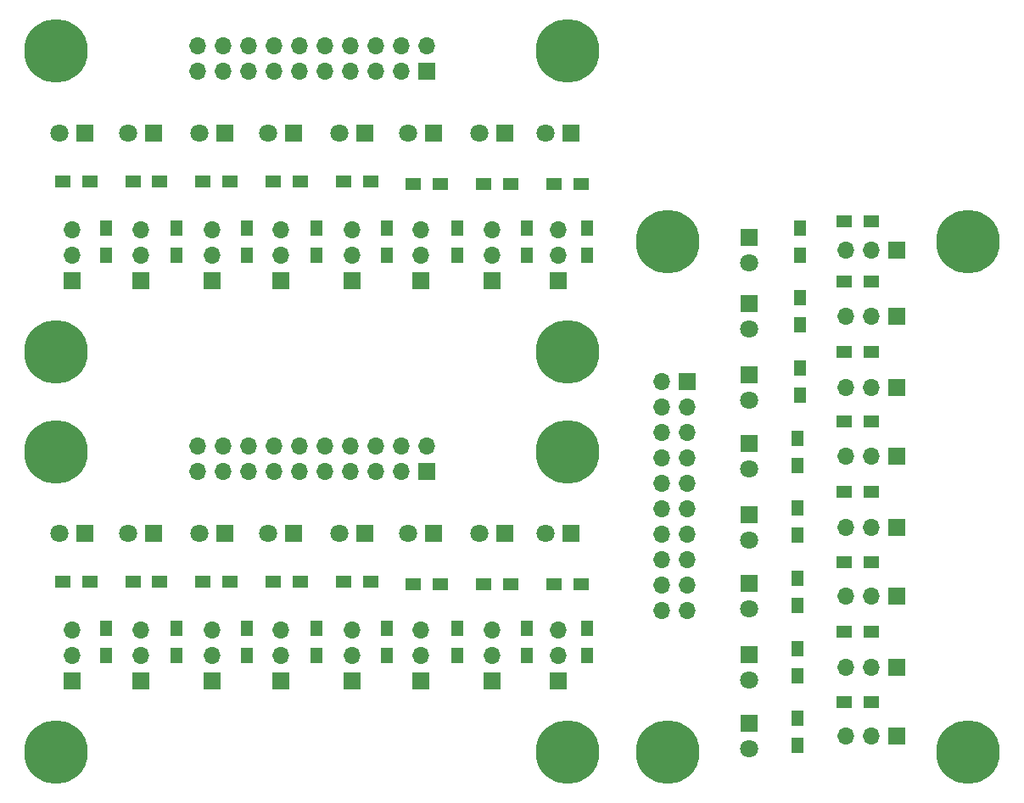
<source format=gbs>
%MOIN*%
%OFA0B0*%
%FSLAX46Y46*%
%IPPOS*%
%LPD*%
%ADD10R,0.070866141732283464X0.070866141732283464*%
%ADD11C,0.070866141732283464*%
%ADD12C,0.25*%
%ADD13R,0.066929133858267723X0.066929133858267723*%
%ADD14O,0.066929133858267723X0.066929133858267723*%
%ADD15R,0.051181102362204731X0.059055118110236227*%
%ADD16R,0.059055118110236227X0.051181102362204731*%
%ADD27R,0.070866141732283464X0.070866141732283464*%
%ADD28C,0.070866141732283464*%
%ADD29C,0.25*%
%ADD30R,0.066929133858267723X0.066929133858267723*%
%ADD31O,0.066929133858267723X0.066929133858267723*%
%ADD32R,0.051181102362204731X0.059055118110236227*%
%ADD33R,0.059055118110236227X0.051181102362204731*%
%ADD34R,0.070866141732283464X0.070866141732283464*%
%ADD35C,0.070866141732283464*%
%ADD36C,0.25*%
%ADD37R,0.066929133858267723X0.066929133858267723*%
%ADD38O,0.066929133858267723X0.066929133858267723*%
%ADD39R,0.059055118110236227X0.051181102362204731*%
%ADD40R,0.051181102362204731X0.059055118110236227*%
G01*
D10*
X0000000000Y0001496062D02*
X0002180196Y0001016062D03*
D11*
X0002080196Y0001016062D03*
D10*
X0001920196Y0001016062D03*
D11*
X0001820196Y0001016062D03*
D10*
X0001640196Y0001016062D03*
D11*
X0001540196Y0001016062D03*
D10*
X0001370196Y0001016062D03*
D11*
X0001270196Y0001016062D03*
D10*
X0001090196Y0001016062D03*
D11*
X0000990196Y0001016062D03*
D10*
X0000820196Y0001016062D03*
D11*
X0000720196Y0001016062D03*
D10*
X0000540196Y0001016062D03*
D11*
X0000440196Y0001016062D03*
D12*
X0002165354Y0000157480D03*
X0002165354Y0001338582D03*
X0000157480Y0001338582D03*
X0000157480Y0000157480D03*
D13*
X0002130000Y0000436653D03*
D14*
X0002130000Y0000536653D03*
X0002130000Y0000636653D03*
D13*
X0001870000Y0000436653D03*
D14*
X0001870000Y0000536653D03*
X0001870000Y0000636653D03*
D13*
X0001590000Y0000436653D03*
D14*
X0001590000Y0000536653D03*
X0001590000Y0000636653D03*
D13*
X0001320000Y0000436653D03*
D14*
X0001320000Y0000536653D03*
X0001320000Y0000636653D03*
D13*
X0001040000Y0000436653D03*
D14*
X0001040000Y0000536653D03*
X0001040000Y0000636653D03*
D13*
X0000770000Y0000436653D03*
D14*
X0000770000Y0000536653D03*
X0000770000Y0000636653D03*
D13*
X0000490000Y0000436653D03*
D14*
X0000490000Y0000536653D03*
X0000490000Y0000636653D03*
D13*
X0000220000Y0000436653D03*
D14*
X0000220000Y0000536653D03*
X0000220000Y0000636653D03*
D10*
X0000270196Y0001016062D03*
D11*
X0000170196Y0001016062D03*
D15*
X0002244094Y0000643700D03*
X0002244094Y0000537401D03*
X0002007874Y0000643700D03*
X0002007874Y0000537401D03*
X0001732283Y0000643700D03*
X0001732283Y0000537401D03*
X0001456692Y0000643700D03*
X0001456692Y0000537401D03*
X0001181102Y0000643700D03*
X0001181102Y0000537401D03*
X0000905511Y0000643700D03*
X0000905511Y0000537401D03*
X0000629921Y0000643700D03*
X0000629921Y0000537401D03*
X0000354330Y0000643700D03*
X0000354330Y0000537401D03*
D16*
X0002112204Y0000816929D03*
X0002218503Y0000816929D03*
X0001836614Y0000816929D03*
X0001942913Y0000816929D03*
X0001561023Y0000816929D03*
X0001667322Y0000816929D03*
X0001285433Y0000826771D03*
X0001391732Y0000826771D03*
X0001009842Y0000826771D03*
X0001116141Y0000826771D03*
X0000734251Y0000826771D03*
X0000840551Y0000826771D03*
X0000458661Y0000826771D03*
X0000564960Y0000826771D03*
X0000183070Y0000826771D03*
X0000289370Y0000826771D03*
D13*
X0001614173Y0001259842D03*
D14*
X0001614173Y0001359842D03*
X0001514173Y0001259842D03*
X0001514173Y0001359842D03*
X0001414173Y0001259842D03*
X0001414173Y0001359842D03*
X0001314173Y0001259842D03*
X0001314173Y0001359842D03*
X0001214173Y0001259842D03*
X0001214173Y0001359842D03*
X0001114173Y0001259842D03*
X0001114173Y0001359842D03*
X0001014173Y0001259842D03*
X0001014173Y0001359842D03*
X0000914173Y0001259842D03*
X0000914173Y0001359842D03*
X0000814173Y0001259842D03*
X0000814173Y0001359842D03*
X0000714173Y0001259842D03*
X0000714173Y0001359842D03*
G04 next file*
G04 Gerber Fmt 4.6, Leading zero omitted, Abs format (unit mm)*
G04 Created by KiCad (PCBNEW (6.0.1)) date 2022-06-02 17:03:42*
G01*
G04 APERTURE LIST*
G04 APERTURE END LIST*
D27*
X0000000000Y0003070866D02*
X0002180196Y0002590866D03*
D28*
X0002080196Y0002590866D03*
D27*
X0001920196Y0002590866D03*
D28*
X0001820196Y0002590866D03*
D27*
X0001640196Y0002590866D03*
D28*
X0001540196Y0002590866D03*
D27*
X0001370196Y0002590866D03*
D28*
X0001270196Y0002590866D03*
D27*
X0001090196Y0002590866D03*
D28*
X0000990196Y0002590866D03*
D27*
X0000820196Y0002590866D03*
D28*
X0000720196Y0002590866D03*
D27*
X0000540196Y0002590866D03*
D28*
X0000440196Y0002590866D03*
D29*
X0002165354Y0001732283D03*
X0002165354Y0002913385D03*
X0000157480Y0002913385D03*
X0000157480Y0001732283D03*
D30*
X0002130000Y0002011456D03*
D31*
X0002130000Y0002111456D03*
X0002130000Y0002211456D03*
D30*
X0001870000Y0002011456D03*
D31*
X0001870000Y0002111456D03*
X0001870000Y0002211456D03*
D30*
X0001590000Y0002011456D03*
D31*
X0001590000Y0002111456D03*
X0001590000Y0002211456D03*
D30*
X0001320000Y0002011456D03*
D31*
X0001320000Y0002111456D03*
X0001320000Y0002211456D03*
D30*
X0001040000Y0002011456D03*
D31*
X0001040000Y0002111456D03*
X0001040000Y0002211456D03*
D30*
X0000770000Y0002011456D03*
D31*
X0000770000Y0002111456D03*
X0000770000Y0002211456D03*
D30*
X0000490000Y0002011456D03*
D31*
X0000490000Y0002111456D03*
X0000490000Y0002211456D03*
D30*
X0000220000Y0002011456D03*
D31*
X0000220000Y0002111456D03*
X0000220000Y0002211456D03*
D27*
X0000270196Y0002590866D03*
D28*
X0000170196Y0002590866D03*
D32*
X0002244094Y0002218503D03*
X0002244094Y0002112204D03*
X0002007874Y0002218503D03*
X0002007874Y0002112204D03*
X0001732283Y0002218503D03*
X0001732283Y0002112204D03*
X0001456692Y0002218503D03*
X0001456692Y0002112204D03*
X0001181102Y0002218503D03*
X0001181102Y0002112204D03*
X0000905511Y0002218503D03*
X0000905511Y0002112204D03*
X0000629921Y0002218503D03*
X0000629921Y0002112204D03*
X0000354330Y0002218503D03*
X0000354330Y0002112204D03*
D33*
X0002112204Y0002391732D03*
X0002218503Y0002391732D03*
X0001836614Y0002391732D03*
X0001942913Y0002391732D03*
X0001561023Y0002391732D03*
X0001667322Y0002391732D03*
X0001285433Y0002401574D03*
X0001391732Y0002401574D03*
X0001009842Y0002401574D03*
X0001116141Y0002401574D03*
X0000734251Y0002401574D03*
X0000840551Y0002401574D03*
X0000458661Y0002401574D03*
X0000564960Y0002401574D03*
X0000183070Y0002401574D03*
X0000289370Y0002401574D03*
D30*
X0001614173Y0002834645D03*
D31*
X0001614173Y0002934645D03*
X0001514173Y0002834645D03*
X0001514173Y0002934645D03*
X0001414173Y0002834645D03*
X0001414173Y0002934645D03*
X0001314173Y0002834645D03*
X0001314173Y0002934645D03*
X0001214173Y0002834645D03*
X0001214173Y0002934645D03*
X0001114173Y0002834645D03*
X0001114173Y0002934645D03*
X0001014173Y0002834645D03*
X0001014173Y0002934645D03*
X0000914173Y0002834645D03*
X0000914173Y0002934645D03*
X0000814173Y0002834645D03*
X0000814173Y0002934645D03*
X0000714173Y0002834645D03*
X0000714173Y0002934645D03*
G04 next file*
G04 Gerber Fmt 4.6, Leading zero omitted, Abs format (unit mm)*
G04 Created by KiCad (PCBNEW (6.0.1)) date 2022-06-02 17:03:42*
G01*
G04 APERTURE LIST*
G04 APERTURE END LIST*
D34*
X0002401574Y0000000000D02*
X0002881574Y0002180196D03*
D35*
X0002881574Y0002080196D03*
D34*
X0002881574Y0001920196D03*
D35*
X0002881574Y0001820196D03*
D34*
X0002881574Y0001640196D03*
D35*
X0002881574Y0001540196D03*
D34*
X0002881574Y0001370196D03*
D35*
X0002881574Y0001270196D03*
D34*
X0002881574Y0001090196D03*
D35*
X0002881574Y0000990196D03*
D34*
X0002881574Y0000820196D03*
D35*
X0002881574Y0000720196D03*
D34*
X0002881574Y0000540196D03*
D35*
X0002881574Y0000440196D03*
D36*
X0003740157Y0002165354D03*
X0002559055Y0002165354D03*
X0002559055Y0000157480D03*
X0003740157Y0000157480D03*
D37*
X0003460984Y0002130000D03*
D38*
X0003360984Y0002130000D03*
X0003260984Y0002130000D03*
D37*
X0003460984Y0001870000D03*
D38*
X0003360984Y0001870000D03*
X0003260984Y0001870000D03*
D37*
X0003460984Y0001590000D03*
D38*
X0003360984Y0001590000D03*
X0003260984Y0001590000D03*
D37*
X0003460984Y0001320000D03*
D38*
X0003360984Y0001320000D03*
X0003260984Y0001320000D03*
D37*
X0003460984Y0001040000D03*
D38*
X0003360984Y0001040000D03*
X0003260984Y0001040000D03*
D37*
X0003460984Y0000770000D03*
D38*
X0003360984Y0000770000D03*
X0003260984Y0000770000D03*
D37*
X0003460984Y0000489999D03*
D38*
X0003360984Y0000489999D03*
X0003260984Y0000489999D03*
D37*
X0003460984Y0000219999D03*
D38*
X0003360984Y0000219999D03*
X0003260984Y0000219999D03*
D34*
X0002881574Y0000270196D03*
D35*
X0002881574Y0000170196D03*
D39*
X0003253937Y0002244094D03*
X0003360236Y0002244094D03*
X0003253937Y0002007874D03*
X0003360236Y0002007874D03*
X0003253937Y0001732283D03*
X0003360236Y0001732283D03*
X0003253937Y0001456692D03*
X0003360236Y0001456692D03*
X0003253937Y0001181102D03*
X0003360236Y0001181102D03*
X0003253937Y0000905511D03*
X0003360236Y0000905511D03*
X0003253937Y0000629921D03*
X0003360236Y0000629921D03*
X0003253937Y0000354330D03*
X0003360236Y0000354330D03*
D40*
X0003080708Y0002112204D03*
X0003080708Y0002218503D03*
X0003080708Y0001836614D03*
X0003080708Y0001942913D03*
X0003080708Y0001561023D03*
X0003080708Y0001667322D03*
X0003070866Y0001285433D03*
X0003070866Y0001391732D03*
X0003070866Y0001009842D03*
X0003070866Y0001116141D03*
X0003070866Y0000734251D03*
X0003070866Y0000840551D03*
X0003070866Y0000458661D03*
X0003070866Y0000564960D03*
X0003070866Y0000183070D03*
X0003070866Y0000289370D03*
D37*
X0002637795Y0001614173D03*
D38*
X0002537795Y0001614173D03*
X0002637795Y0001514173D03*
X0002537795Y0001514173D03*
X0002637795Y0001414173D03*
X0002537795Y0001414173D03*
X0002637795Y0001314173D03*
X0002537795Y0001314173D03*
X0002637795Y0001214173D03*
X0002537795Y0001214173D03*
X0002637795Y0001114173D03*
X0002537795Y0001114173D03*
X0002637795Y0001014173D03*
X0002537795Y0001014173D03*
X0002637795Y0000914173D03*
X0002537795Y0000914173D03*
X0002637795Y0000814173D03*
X0002537795Y0000814173D03*
X0002637795Y0000714173D03*
X0002537795Y0000714173D03*
M02*
</source>
